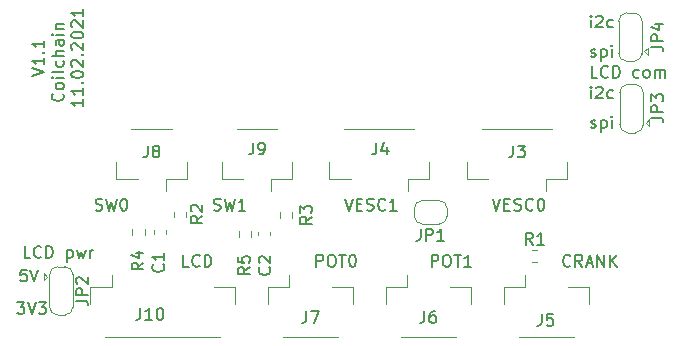
<source format=gbr>
%TF.GenerationSoftware,KiCad,Pcbnew,(5.1.8)-1*%
%TF.CreationDate,2021-02-11T10:10:36+01:00*%
%TF.ProjectId,shieldV1,73686965-6c64-4563-912e-6b696361645f,rev?*%
%TF.SameCoordinates,Original*%
%TF.FileFunction,Legend,Top*%
%TF.FilePolarity,Positive*%
%FSLAX46Y46*%
G04 Gerber Fmt 4.6, Leading zero omitted, Abs format (unit mm)*
G04 Created by KiCad (PCBNEW (5.1.8)-1) date 2021-02-11 10:10:36*
%MOMM*%
%LPD*%
G01*
G04 APERTURE LIST*
%ADD10C,0.150000*%
%ADD11C,0.120000*%
G04 APERTURE END LIST*
D10*
X40011904Y-127702380D02*
X40630952Y-127702380D01*
X40297619Y-128083333D01*
X40440476Y-128083333D01*
X40535714Y-128130952D01*
X40583333Y-128178571D01*
X40630952Y-128273809D01*
X40630952Y-128511904D01*
X40583333Y-128607142D01*
X40535714Y-128654761D01*
X40440476Y-128702380D01*
X40154761Y-128702380D01*
X40059523Y-128654761D01*
X40011904Y-128607142D01*
X40916666Y-127702380D02*
X41250000Y-128702380D01*
X41583333Y-127702380D01*
X41821428Y-127702380D02*
X42440476Y-127702380D01*
X42107142Y-128083333D01*
X42250000Y-128083333D01*
X42345238Y-128130952D01*
X42392857Y-128178571D01*
X42440476Y-128273809D01*
X42440476Y-128511904D01*
X42392857Y-128607142D01*
X42345238Y-128654761D01*
X42250000Y-128702380D01*
X41964285Y-128702380D01*
X41869047Y-128654761D01*
X41821428Y-128607142D01*
X40809523Y-124952380D02*
X40333333Y-124952380D01*
X40285714Y-125428571D01*
X40333333Y-125380952D01*
X40428571Y-125333333D01*
X40666666Y-125333333D01*
X40761904Y-125380952D01*
X40809523Y-125428571D01*
X40857142Y-125523809D01*
X40857142Y-125761904D01*
X40809523Y-125857142D01*
X40761904Y-125904761D01*
X40666666Y-125952380D01*
X40428571Y-125952380D01*
X40333333Y-125904761D01*
X40285714Y-125857142D01*
X41142857Y-124952380D02*
X41476190Y-125952380D01*
X41809523Y-124952380D01*
X41142857Y-123952380D02*
X40666666Y-123952380D01*
X40666666Y-122952380D01*
X42047619Y-123857142D02*
X42000000Y-123904761D01*
X41857142Y-123952380D01*
X41761904Y-123952380D01*
X41619047Y-123904761D01*
X41523809Y-123809523D01*
X41476190Y-123714285D01*
X41428571Y-123523809D01*
X41428571Y-123380952D01*
X41476190Y-123190476D01*
X41523809Y-123095238D01*
X41619047Y-123000000D01*
X41761904Y-122952380D01*
X41857142Y-122952380D01*
X42000000Y-123000000D01*
X42047619Y-123047619D01*
X42476190Y-123952380D02*
X42476190Y-122952380D01*
X42714285Y-122952380D01*
X42857142Y-123000000D01*
X42952380Y-123095238D01*
X43000000Y-123190476D01*
X43047619Y-123380952D01*
X43047619Y-123523809D01*
X43000000Y-123714285D01*
X42952380Y-123809523D01*
X42857142Y-123904761D01*
X42714285Y-123952380D01*
X42476190Y-123952380D01*
X44238095Y-123285714D02*
X44238095Y-124285714D01*
X44238095Y-123333333D02*
X44333333Y-123285714D01*
X44523809Y-123285714D01*
X44619047Y-123333333D01*
X44666666Y-123380952D01*
X44714285Y-123476190D01*
X44714285Y-123761904D01*
X44666666Y-123857142D01*
X44619047Y-123904761D01*
X44523809Y-123952380D01*
X44333333Y-123952380D01*
X44238095Y-123904761D01*
X45047619Y-123285714D02*
X45238095Y-123952380D01*
X45428571Y-123476190D01*
X45619047Y-123952380D01*
X45809523Y-123285714D01*
X46190476Y-123952380D02*
X46190476Y-123285714D01*
X46190476Y-123476190D02*
X46238095Y-123380952D01*
X46285714Y-123333333D01*
X46380952Y-123285714D01*
X46476190Y-123285714D01*
X89130952Y-108702380D02*
X88654761Y-108702380D01*
X88654761Y-107702380D01*
X90035714Y-108607142D02*
X89988095Y-108654761D01*
X89845238Y-108702380D01*
X89750000Y-108702380D01*
X89607142Y-108654761D01*
X89511904Y-108559523D01*
X89464285Y-108464285D01*
X89416666Y-108273809D01*
X89416666Y-108130952D01*
X89464285Y-107940476D01*
X89511904Y-107845238D01*
X89607142Y-107750000D01*
X89750000Y-107702380D01*
X89845238Y-107702380D01*
X89988095Y-107750000D01*
X90035714Y-107797619D01*
X90464285Y-108702380D02*
X90464285Y-107702380D01*
X90702380Y-107702380D01*
X90845238Y-107750000D01*
X90940476Y-107845238D01*
X90988095Y-107940476D01*
X91035714Y-108130952D01*
X91035714Y-108273809D01*
X90988095Y-108464285D01*
X90940476Y-108559523D01*
X90845238Y-108654761D01*
X90702380Y-108702380D01*
X90464285Y-108702380D01*
X92654761Y-108654761D02*
X92559523Y-108702380D01*
X92369047Y-108702380D01*
X92273809Y-108654761D01*
X92226190Y-108607142D01*
X92178571Y-108511904D01*
X92178571Y-108226190D01*
X92226190Y-108130952D01*
X92273809Y-108083333D01*
X92369047Y-108035714D01*
X92559523Y-108035714D01*
X92654761Y-108083333D01*
X93226190Y-108702380D02*
X93130952Y-108654761D01*
X93083333Y-108607142D01*
X93035714Y-108511904D01*
X93035714Y-108226190D01*
X93083333Y-108130952D01*
X93130952Y-108083333D01*
X93226190Y-108035714D01*
X93369047Y-108035714D01*
X93464285Y-108083333D01*
X93511904Y-108130952D01*
X93559523Y-108226190D01*
X93559523Y-108511904D01*
X93511904Y-108607142D01*
X93464285Y-108654761D01*
X93369047Y-108702380D01*
X93226190Y-108702380D01*
X93988095Y-108702380D02*
X93988095Y-108035714D01*
X93988095Y-108130952D02*
X94035714Y-108083333D01*
X94130952Y-108035714D01*
X94273809Y-108035714D01*
X94369047Y-108083333D01*
X94416666Y-108178571D01*
X94416666Y-108702380D01*
X94416666Y-108178571D02*
X94464285Y-108083333D01*
X94559523Y-108035714D01*
X94702380Y-108035714D01*
X94797619Y-108083333D01*
X94845238Y-108178571D01*
X94845238Y-108702380D01*
X88595238Y-112904761D02*
X88690476Y-112952380D01*
X88880952Y-112952380D01*
X88976190Y-112904761D01*
X89023809Y-112809523D01*
X89023809Y-112761904D01*
X88976190Y-112666666D01*
X88880952Y-112619047D01*
X88738095Y-112619047D01*
X88642857Y-112571428D01*
X88595238Y-112476190D01*
X88595238Y-112428571D01*
X88642857Y-112333333D01*
X88738095Y-112285714D01*
X88880952Y-112285714D01*
X88976190Y-112333333D01*
X89452380Y-112285714D02*
X89452380Y-113285714D01*
X89452380Y-112333333D02*
X89547619Y-112285714D01*
X89738095Y-112285714D01*
X89833333Y-112333333D01*
X89880952Y-112380952D01*
X89928571Y-112476190D01*
X89928571Y-112761904D01*
X89880952Y-112857142D01*
X89833333Y-112904761D01*
X89738095Y-112952380D01*
X89547619Y-112952380D01*
X89452380Y-112904761D01*
X90357142Y-112952380D02*
X90357142Y-112285714D01*
X90357142Y-111952380D02*
X90309523Y-112000000D01*
X90357142Y-112047619D01*
X90404761Y-112000000D01*
X90357142Y-111952380D01*
X90357142Y-112047619D01*
X88595238Y-106904761D02*
X88690476Y-106952380D01*
X88880952Y-106952380D01*
X88976190Y-106904761D01*
X89023809Y-106809523D01*
X89023809Y-106761904D01*
X88976190Y-106666666D01*
X88880952Y-106619047D01*
X88738095Y-106619047D01*
X88642857Y-106571428D01*
X88595238Y-106476190D01*
X88595238Y-106428571D01*
X88642857Y-106333333D01*
X88738095Y-106285714D01*
X88880952Y-106285714D01*
X88976190Y-106333333D01*
X89452380Y-106285714D02*
X89452380Y-107285714D01*
X89452380Y-106333333D02*
X89547619Y-106285714D01*
X89738095Y-106285714D01*
X89833333Y-106333333D01*
X89880952Y-106380952D01*
X89928571Y-106476190D01*
X89928571Y-106761904D01*
X89880952Y-106857142D01*
X89833333Y-106904761D01*
X89738095Y-106952380D01*
X89547619Y-106952380D01*
X89452380Y-106904761D01*
X90357142Y-106952380D02*
X90357142Y-106285714D01*
X90357142Y-105952380D02*
X90309523Y-106000000D01*
X90357142Y-106047619D01*
X90404761Y-106000000D01*
X90357142Y-105952380D01*
X90357142Y-106047619D01*
X88595238Y-110452380D02*
X88595238Y-109785714D01*
X88595238Y-109452380D02*
X88547619Y-109500000D01*
X88595238Y-109547619D01*
X88642857Y-109500000D01*
X88595238Y-109452380D01*
X88595238Y-109547619D01*
X89023809Y-109547619D02*
X89071428Y-109500000D01*
X89166666Y-109452380D01*
X89404761Y-109452380D01*
X89500000Y-109500000D01*
X89547619Y-109547619D01*
X89595238Y-109642857D01*
X89595238Y-109738095D01*
X89547619Y-109880952D01*
X88976190Y-110452380D01*
X89595238Y-110452380D01*
X90452380Y-110404761D02*
X90357142Y-110452380D01*
X90166666Y-110452380D01*
X90071428Y-110404761D01*
X90023809Y-110357142D01*
X89976190Y-110261904D01*
X89976190Y-109976190D01*
X90023809Y-109880952D01*
X90071428Y-109833333D01*
X90166666Y-109785714D01*
X90357142Y-109785714D01*
X90452380Y-109833333D01*
X88595238Y-104452380D02*
X88595238Y-103785714D01*
X88595238Y-103452380D02*
X88547619Y-103500000D01*
X88595238Y-103547619D01*
X88642857Y-103500000D01*
X88595238Y-103452380D01*
X88595238Y-103547619D01*
X89023809Y-103547619D02*
X89071428Y-103500000D01*
X89166666Y-103452380D01*
X89404761Y-103452380D01*
X89500000Y-103500000D01*
X89547619Y-103547619D01*
X89595238Y-103642857D01*
X89595238Y-103738095D01*
X89547619Y-103880952D01*
X88976190Y-104452380D01*
X89595238Y-104452380D01*
X90452380Y-104404761D02*
X90357142Y-104452380D01*
X90166666Y-104452380D01*
X90071428Y-104404761D01*
X90023809Y-104357142D01*
X89976190Y-104261904D01*
X89976190Y-103976190D01*
X90023809Y-103880952D01*
X90071428Y-103833333D01*
X90166666Y-103785714D01*
X90357142Y-103785714D01*
X90452380Y-103833333D01*
X41302380Y-108523809D02*
X42302380Y-108190476D01*
X41302380Y-107857142D01*
X42302380Y-107000000D02*
X42302380Y-107571428D01*
X42302380Y-107285714D02*
X41302380Y-107285714D01*
X41445238Y-107380952D01*
X41540476Y-107476190D01*
X41588095Y-107571428D01*
X42207142Y-106571428D02*
X42254761Y-106523809D01*
X42302380Y-106571428D01*
X42254761Y-106619047D01*
X42207142Y-106571428D01*
X42302380Y-106571428D01*
X42302380Y-105571428D02*
X42302380Y-106142857D01*
X42302380Y-105857142D02*
X41302380Y-105857142D01*
X41445238Y-105952380D01*
X41540476Y-106047619D01*
X41588095Y-106142857D01*
X43857142Y-110047619D02*
X43904761Y-110095238D01*
X43952380Y-110238095D01*
X43952380Y-110333333D01*
X43904761Y-110476190D01*
X43809523Y-110571428D01*
X43714285Y-110619047D01*
X43523809Y-110666666D01*
X43380952Y-110666666D01*
X43190476Y-110619047D01*
X43095238Y-110571428D01*
X43000000Y-110476190D01*
X42952380Y-110333333D01*
X42952380Y-110238095D01*
X43000000Y-110095238D01*
X43047619Y-110047619D01*
X43952380Y-109476190D02*
X43904761Y-109571428D01*
X43857142Y-109619047D01*
X43761904Y-109666666D01*
X43476190Y-109666666D01*
X43380952Y-109619047D01*
X43333333Y-109571428D01*
X43285714Y-109476190D01*
X43285714Y-109333333D01*
X43333333Y-109238095D01*
X43380952Y-109190476D01*
X43476190Y-109142857D01*
X43761904Y-109142857D01*
X43857142Y-109190476D01*
X43904761Y-109238095D01*
X43952380Y-109333333D01*
X43952380Y-109476190D01*
X43952380Y-108714285D02*
X43285714Y-108714285D01*
X42952380Y-108714285D02*
X43000000Y-108761904D01*
X43047619Y-108714285D01*
X43000000Y-108666666D01*
X42952380Y-108714285D01*
X43047619Y-108714285D01*
X43952380Y-108095238D02*
X43904761Y-108190476D01*
X43809523Y-108238095D01*
X42952380Y-108238095D01*
X43904761Y-107285714D02*
X43952380Y-107380952D01*
X43952380Y-107571428D01*
X43904761Y-107666666D01*
X43857142Y-107714285D01*
X43761904Y-107761904D01*
X43476190Y-107761904D01*
X43380952Y-107714285D01*
X43333333Y-107666666D01*
X43285714Y-107571428D01*
X43285714Y-107380952D01*
X43333333Y-107285714D01*
X43952380Y-106857142D02*
X42952380Y-106857142D01*
X43952380Y-106428571D02*
X43428571Y-106428571D01*
X43333333Y-106476190D01*
X43285714Y-106571428D01*
X43285714Y-106714285D01*
X43333333Y-106809523D01*
X43380952Y-106857142D01*
X43952380Y-105523809D02*
X43428571Y-105523809D01*
X43333333Y-105571428D01*
X43285714Y-105666666D01*
X43285714Y-105857142D01*
X43333333Y-105952380D01*
X43904761Y-105523809D02*
X43952380Y-105619047D01*
X43952380Y-105857142D01*
X43904761Y-105952380D01*
X43809523Y-106000000D01*
X43714285Y-106000000D01*
X43619047Y-105952380D01*
X43571428Y-105857142D01*
X43571428Y-105619047D01*
X43523809Y-105523809D01*
X43952380Y-105047619D02*
X43285714Y-105047619D01*
X42952380Y-105047619D02*
X43000000Y-105095238D01*
X43047619Y-105047619D01*
X43000000Y-105000000D01*
X42952380Y-105047619D01*
X43047619Y-105047619D01*
X43285714Y-104571428D02*
X43952380Y-104571428D01*
X43380952Y-104571428D02*
X43333333Y-104523809D01*
X43285714Y-104428571D01*
X43285714Y-104285714D01*
X43333333Y-104190476D01*
X43428571Y-104142857D01*
X43952380Y-104142857D01*
X45602380Y-110523809D02*
X45602380Y-111095238D01*
X45602380Y-110809523D02*
X44602380Y-110809523D01*
X44745238Y-110904761D01*
X44840476Y-111000000D01*
X44888095Y-111095238D01*
X45602380Y-109571428D02*
X45602380Y-110142857D01*
X45602380Y-109857142D02*
X44602380Y-109857142D01*
X44745238Y-109952380D01*
X44840476Y-110047619D01*
X44888095Y-110142857D01*
X45507142Y-109142857D02*
X45554761Y-109095238D01*
X45602380Y-109142857D01*
X45554761Y-109190476D01*
X45507142Y-109142857D01*
X45602380Y-109142857D01*
X44602380Y-108476190D02*
X44602380Y-108380952D01*
X44650000Y-108285714D01*
X44697619Y-108238095D01*
X44792857Y-108190476D01*
X44983333Y-108142857D01*
X45221428Y-108142857D01*
X45411904Y-108190476D01*
X45507142Y-108238095D01*
X45554761Y-108285714D01*
X45602380Y-108380952D01*
X45602380Y-108476190D01*
X45554761Y-108571428D01*
X45507142Y-108619047D01*
X45411904Y-108666666D01*
X45221428Y-108714285D01*
X44983333Y-108714285D01*
X44792857Y-108666666D01*
X44697619Y-108619047D01*
X44650000Y-108571428D01*
X44602380Y-108476190D01*
X44697619Y-107761904D02*
X44650000Y-107714285D01*
X44602380Y-107619047D01*
X44602380Y-107380952D01*
X44650000Y-107285714D01*
X44697619Y-107238095D01*
X44792857Y-107190476D01*
X44888095Y-107190476D01*
X45030952Y-107238095D01*
X45602380Y-107809523D01*
X45602380Y-107190476D01*
X45507142Y-106761904D02*
X45554761Y-106714285D01*
X45602380Y-106761904D01*
X45554761Y-106809523D01*
X45507142Y-106761904D01*
X45602380Y-106761904D01*
X44697619Y-106333333D02*
X44650000Y-106285714D01*
X44602380Y-106190476D01*
X44602380Y-105952380D01*
X44650000Y-105857142D01*
X44697619Y-105809523D01*
X44792857Y-105761904D01*
X44888095Y-105761904D01*
X45030952Y-105809523D01*
X45602380Y-106380952D01*
X45602380Y-105761904D01*
X44602380Y-105142857D02*
X44602380Y-105047619D01*
X44650000Y-104952380D01*
X44697619Y-104904761D01*
X44792857Y-104857142D01*
X44983333Y-104809523D01*
X45221428Y-104809523D01*
X45411904Y-104857142D01*
X45507142Y-104904761D01*
X45554761Y-104952380D01*
X45602380Y-105047619D01*
X45602380Y-105142857D01*
X45554761Y-105238095D01*
X45507142Y-105285714D01*
X45411904Y-105333333D01*
X45221428Y-105380952D01*
X44983333Y-105380952D01*
X44792857Y-105333333D01*
X44697619Y-105285714D01*
X44650000Y-105238095D01*
X44602380Y-105142857D01*
X44697619Y-104428571D02*
X44650000Y-104380952D01*
X44602380Y-104285714D01*
X44602380Y-104047619D01*
X44650000Y-103952380D01*
X44697619Y-103904761D01*
X44792857Y-103857142D01*
X44888095Y-103857142D01*
X45030952Y-103904761D01*
X45602380Y-104476190D01*
X45602380Y-103857142D01*
X45602380Y-102904761D02*
X45602380Y-103476190D01*
X45602380Y-103190476D02*
X44602380Y-103190476D01*
X44745238Y-103285714D01*
X44840476Y-103380952D01*
X44888095Y-103476190D01*
X54559523Y-124702380D02*
X54083333Y-124702380D01*
X54083333Y-123702380D01*
X55464285Y-124607142D02*
X55416666Y-124654761D01*
X55273809Y-124702380D01*
X55178571Y-124702380D01*
X55035714Y-124654761D01*
X54940476Y-124559523D01*
X54892857Y-124464285D01*
X54845238Y-124273809D01*
X54845238Y-124130952D01*
X54892857Y-123940476D01*
X54940476Y-123845238D01*
X55035714Y-123750000D01*
X55178571Y-123702380D01*
X55273809Y-123702380D01*
X55416666Y-123750000D01*
X55464285Y-123797619D01*
X55892857Y-124702380D02*
X55892857Y-123702380D01*
X56130952Y-123702380D01*
X56273809Y-123750000D01*
X56369047Y-123845238D01*
X56416666Y-123940476D01*
X56464285Y-124130952D01*
X56464285Y-124273809D01*
X56416666Y-124464285D01*
X56369047Y-124559523D01*
X56273809Y-124654761D01*
X56130952Y-124702380D01*
X55892857Y-124702380D01*
X46666666Y-119904761D02*
X46809523Y-119952380D01*
X47047619Y-119952380D01*
X47142857Y-119904761D01*
X47190476Y-119857142D01*
X47238095Y-119761904D01*
X47238095Y-119666666D01*
X47190476Y-119571428D01*
X47142857Y-119523809D01*
X47047619Y-119476190D01*
X46857142Y-119428571D01*
X46761904Y-119380952D01*
X46714285Y-119333333D01*
X46666666Y-119238095D01*
X46666666Y-119142857D01*
X46714285Y-119047619D01*
X46761904Y-119000000D01*
X46857142Y-118952380D01*
X47095238Y-118952380D01*
X47238095Y-119000000D01*
X47571428Y-118952380D02*
X47809523Y-119952380D01*
X48000000Y-119238095D01*
X48190476Y-119952380D01*
X48428571Y-118952380D01*
X49000000Y-118952380D02*
X49095238Y-118952380D01*
X49190476Y-119000000D01*
X49238095Y-119047619D01*
X49285714Y-119142857D01*
X49333333Y-119333333D01*
X49333333Y-119571428D01*
X49285714Y-119761904D01*
X49238095Y-119857142D01*
X49190476Y-119904761D01*
X49095238Y-119952380D01*
X49000000Y-119952380D01*
X48904761Y-119904761D01*
X48857142Y-119857142D01*
X48809523Y-119761904D01*
X48761904Y-119571428D01*
X48761904Y-119333333D01*
X48809523Y-119142857D01*
X48857142Y-119047619D01*
X48904761Y-119000000D01*
X49000000Y-118952380D01*
X56666666Y-119904761D02*
X56809523Y-119952380D01*
X57047619Y-119952380D01*
X57142857Y-119904761D01*
X57190476Y-119857142D01*
X57238095Y-119761904D01*
X57238095Y-119666666D01*
X57190476Y-119571428D01*
X57142857Y-119523809D01*
X57047619Y-119476190D01*
X56857142Y-119428571D01*
X56761904Y-119380952D01*
X56714285Y-119333333D01*
X56666666Y-119238095D01*
X56666666Y-119142857D01*
X56714285Y-119047619D01*
X56761904Y-119000000D01*
X56857142Y-118952380D01*
X57095238Y-118952380D01*
X57238095Y-119000000D01*
X57571428Y-118952380D02*
X57809523Y-119952380D01*
X58000000Y-119238095D01*
X58190476Y-119952380D01*
X58428571Y-118952380D01*
X59333333Y-119952380D02*
X58761904Y-119952380D01*
X59047619Y-119952380D02*
X59047619Y-118952380D01*
X58952380Y-119095238D01*
X58857142Y-119190476D01*
X58761904Y-119238095D01*
X65357142Y-124702380D02*
X65357142Y-123702380D01*
X65738095Y-123702380D01*
X65833333Y-123750000D01*
X65880952Y-123797619D01*
X65928571Y-123892857D01*
X65928571Y-124035714D01*
X65880952Y-124130952D01*
X65833333Y-124178571D01*
X65738095Y-124226190D01*
X65357142Y-124226190D01*
X66547619Y-123702380D02*
X66738095Y-123702380D01*
X66833333Y-123750000D01*
X66928571Y-123845238D01*
X66976190Y-124035714D01*
X66976190Y-124369047D01*
X66928571Y-124559523D01*
X66833333Y-124654761D01*
X66738095Y-124702380D01*
X66547619Y-124702380D01*
X66452380Y-124654761D01*
X66357142Y-124559523D01*
X66309523Y-124369047D01*
X66309523Y-124035714D01*
X66357142Y-123845238D01*
X66452380Y-123750000D01*
X66547619Y-123702380D01*
X67261904Y-123702380D02*
X67833333Y-123702380D01*
X67547619Y-124702380D02*
X67547619Y-123702380D01*
X68357142Y-123702380D02*
X68452380Y-123702380D01*
X68547619Y-123750000D01*
X68595238Y-123797619D01*
X68642857Y-123892857D01*
X68690476Y-124083333D01*
X68690476Y-124321428D01*
X68642857Y-124511904D01*
X68595238Y-124607142D01*
X68547619Y-124654761D01*
X68452380Y-124702380D01*
X68357142Y-124702380D01*
X68261904Y-124654761D01*
X68214285Y-124607142D01*
X68166666Y-124511904D01*
X68119047Y-124321428D01*
X68119047Y-124083333D01*
X68166666Y-123892857D01*
X68214285Y-123797619D01*
X68261904Y-123750000D01*
X68357142Y-123702380D01*
X75107142Y-124702380D02*
X75107142Y-123702380D01*
X75488095Y-123702380D01*
X75583333Y-123750000D01*
X75630952Y-123797619D01*
X75678571Y-123892857D01*
X75678571Y-124035714D01*
X75630952Y-124130952D01*
X75583333Y-124178571D01*
X75488095Y-124226190D01*
X75107142Y-124226190D01*
X76297619Y-123702380D02*
X76488095Y-123702380D01*
X76583333Y-123750000D01*
X76678571Y-123845238D01*
X76726190Y-124035714D01*
X76726190Y-124369047D01*
X76678571Y-124559523D01*
X76583333Y-124654761D01*
X76488095Y-124702380D01*
X76297619Y-124702380D01*
X76202380Y-124654761D01*
X76107142Y-124559523D01*
X76059523Y-124369047D01*
X76059523Y-124035714D01*
X76107142Y-123845238D01*
X76202380Y-123750000D01*
X76297619Y-123702380D01*
X77011904Y-123702380D02*
X77583333Y-123702380D01*
X77297619Y-124702380D02*
X77297619Y-123702380D01*
X78440476Y-124702380D02*
X77869047Y-124702380D01*
X78154761Y-124702380D02*
X78154761Y-123702380D01*
X78059523Y-123845238D01*
X77964285Y-123940476D01*
X77869047Y-123988095D01*
X86857142Y-124607142D02*
X86809523Y-124654761D01*
X86666666Y-124702380D01*
X86571428Y-124702380D01*
X86428571Y-124654761D01*
X86333333Y-124559523D01*
X86285714Y-124464285D01*
X86238095Y-124273809D01*
X86238095Y-124130952D01*
X86285714Y-123940476D01*
X86333333Y-123845238D01*
X86428571Y-123750000D01*
X86571428Y-123702380D01*
X86666666Y-123702380D01*
X86809523Y-123750000D01*
X86857142Y-123797619D01*
X87857142Y-124702380D02*
X87523809Y-124226190D01*
X87285714Y-124702380D02*
X87285714Y-123702380D01*
X87666666Y-123702380D01*
X87761904Y-123750000D01*
X87809523Y-123797619D01*
X87857142Y-123892857D01*
X87857142Y-124035714D01*
X87809523Y-124130952D01*
X87761904Y-124178571D01*
X87666666Y-124226190D01*
X87285714Y-124226190D01*
X88238095Y-124416666D02*
X88714285Y-124416666D01*
X88142857Y-124702380D02*
X88476190Y-123702380D01*
X88809523Y-124702380D01*
X89142857Y-124702380D02*
X89142857Y-123702380D01*
X89714285Y-124702380D01*
X89714285Y-123702380D01*
X90190476Y-124702380D02*
X90190476Y-123702380D01*
X90761904Y-124702380D02*
X90333333Y-124130952D01*
X90761904Y-123702380D02*
X90190476Y-124273809D01*
X67761904Y-118952380D02*
X68095238Y-119952380D01*
X68428571Y-118952380D01*
X68761904Y-119428571D02*
X69095238Y-119428571D01*
X69238095Y-119952380D02*
X68761904Y-119952380D01*
X68761904Y-118952380D01*
X69238095Y-118952380D01*
X69619047Y-119904761D02*
X69761904Y-119952380D01*
X70000000Y-119952380D01*
X70095238Y-119904761D01*
X70142857Y-119857142D01*
X70190476Y-119761904D01*
X70190476Y-119666666D01*
X70142857Y-119571428D01*
X70095238Y-119523809D01*
X70000000Y-119476190D01*
X69809523Y-119428571D01*
X69714285Y-119380952D01*
X69666666Y-119333333D01*
X69619047Y-119238095D01*
X69619047Y-119142857D01*
X69666666Y-119047619D01*
X69714285Y-119000000D01*
X69809523Y-118952380D01*
X70047619Y-118952380D01*
X70190476Y-119000000D01*
X71190476Y-119857142D02*
X71142857Y-119904761D01*
X71000000Y-119952380D01*
X70904761Y-119952380D01*
X70761904Y-119904761D01*
X70666666Y-119809523D01*
X70619047Y-119714285D01*
X70571428Y-119523809D01*
X70571428Y-119380952D01*
X70619047Y-119190476D01*
X70666666Y-119095238D01*
X70761904Y-119000000D01*
X70904761Y-118952380D01*
X71000000Y-118952380D01*
X71142857Y-119000000D01*
X71190476Y-119047619D01*
X72142857Y-119952380D02*
X71571428Y-119952380D01*
X71857142Y-119952380D02*
X71857142Y-118952380D01*
X71761904Y-119095238D01*
X71666666Y-119190476D01*
X71571428Y-119238095D01*
X80261904Y-118952380D02*
X80595238Y-119952380D01*
X80928571Y-118952380D01*
X81261904Y-119428571D02*
X81595238Y-119428571D01*
X81738095Y-119952380D02*
X81261904Y-119952380D01*
X81261904Y-118952380D01*
X81738095Y-118952380D01*
X82119047Y-119904761D02*
X82261904Y-119952380D01*
X82500000Y-119952380D01*
X82595238Y-119904761D01*
X82642857Y-119857142D01*
X82690476Y-119761904D01*
X82690476Y-119666666D01*
X82642857Y-119571428D01*
X82595238Y-119523809D01*
X82500000Y-119476190D01*
X82309523Y-119428571D01*
X82214285Y-119380952D01*
X82166666Y-119333333D01*
X82119047Y-119238095D01*
X82119047Y-119142857D01*
X82166666Y-119047619D01*
X82214285Y-119000000D01*
X82309523Y-118952380D01*
X82547619Y-118952380D01*
X82690476Y-119000000D01*
X83690476Y-119857142D02*
X83642857Y-119904761D01*
X83500000Y-119952380D01*
X83404761Y-119952380D01*
X83261904Y-119904761D01*
X83166666Y-119809523D01*
X83119047Y-119714285D01*
X83071428Y-119523809D01*
X83071428Y-119380952D01*
X83119047Y-119190476D01*
X83166666Y-119095238D01*
X83261904Y-119000000D01*
X83404761Y-118952380D01*
X83500000Y-118952380D01*
X83642857Y-119000000D01*
X83690476Y-119047619D01*
X84309523Y-118952380D02*
X84404761Y-118952380D01*
X84500000Y-119000000D01*
X84547619Y-119047619D01*
X84595238Y-119142857D01*
X84642857Y-119333333D01*
X84642857Y-119571428D01*
X84595238Y-119761904D01*
X84547619Y-119857142D01*
X84500000Y-119904761D01*
X84404761Y-119952380D01*
X84309523Y-119952380D01*
X84214285Y-119904761D01*
X84166666Y-119857142D01*
X84119047Y-119761904D01*
X84071428Y-119571428D01*
X84071428Y-119333333D01*
X84119047Y-119142857D01*
X84166666Y-119047619D01*
X84214285Y-119000000D01*
X84309523Y-118952380D01*
D11*
%TO.C,C2*%
X60419103Y-121771525D02*
X60419103Y-122052685D01*
X61439103Y-121771525D02*
X61439103Y-122052685D01*
%TO.C,C1*%
X51569103Y-121621525D02*
X51569103Y-121902685D01*
X52589103Y-121621525D02*
X52589103Y-121902685D01*
%TO.C,R5*%
X58756603Y-121674847D02*
X58756603Y-122149363D01*
X59801603Y-121674847D02*
X59801603Y-122149363D01*
%TO.C,R4*%
X49756603Y-121524847D02*
X49756603Y-121999363D01*
X50801603Y-121524847D02*
X50801603Y-121999363D01*
%TO.C,R3*%
X63301603Y-120549363D02*
X63301603Y-120074847D01*
X62256603Y-120549363D02*
X62256603Y-120074847D01*
%TO.C,R2*%
X54301603Y-120537258D02*
X54301603Y-120062742D01*
X53256603Y-120537258D02*
X53256603Y-120062742D01*
%TO.C,JP4*%
X90929103Y-106662105D02*
X90929103Y-103862105D01*
X91629103Y-103212105D02*
X92229103Y-103212105D01*
X92929103Y-103862105D02*
X92929103Y-106662105D01*
X92229103Y-107312105D02*
X91629103Y-107312105D01*
X93129103Y-106462105D02*
X93429103Y-106762105D01*
X93429103Y-106762105D02*
X93429103Y-106162105D01*
X93129103Y-106462105D02*
X93429103Y-106162105D01*
X91629103Y-107312105D02*
G75*
G02*
X90929103Y-106612105I0J700000D01*
G01*
X92929103Y-106612105D02*
G75*
G02*
X92229103Y-107312105I-700000J0D01*
G01*
X92229103Y-103212105D02*
G75*
G02*
X92929103Y-103912105I0J-700000D01*
G01*
X90929103Y-103912105D02*
G75*
G02*
X91629103Y-103212105I700000J0D01*
G01*
%TO.C,JP3*%
X91029103Y-112712105D02*
X91029103Y-109912105D01*
X91729103Y-109262105D02*
X92329103Y-109262105D01*
X93029103Y-109912105D02*
X93029103Y-112712105D01*
X92329103Y-113362105D02*
X91729103Y-113362105D01*
X93229103Y-112512105D02*
X93529103Y-112812105D01*
X93529103Y-112812105D02*
X93529103Y-112212105D01*
X93229103Y-112512105D02*
X93529103Y-112212105D01*
X91729103Y-113362105D02*
G75*
G02*
X91029103Y-112662105I0J700000D01*
G01*
X93029103Y-112662105D02*
G75*
G02*
X92329103Y-113362105I-700000J0D01*
G01*
X92329103Y-109262105D02*
G75*
G02*
X93029103Y-109962105I0J-700000D01*
G01*
X91029103Y-109962105D02*
G75*
G02*
X91729103Y-109262105I700000J0D01*
G01*
%TO.C,JP2*%
X44750000Y-125350000D02*
X44750000Y-128150000D01*
X44050000Y-128800000D02*
X43450000Y-128800000D01*
X42750000Y-128150000D02*
X42750000Y-125350000D01*
X43450000Y-124700000D02*
X44050000Y-124700000D01*
X42550000Y-125550000D02*
X42250000Y-125250000D01*
X42250000Y-125250000D02*
X42250000Y-125850000D01*
X42550000Y-125550000D02*
X42250000Y-125850000D01*
X44050000Y-124700000D02*
G75*
G02*
X44750000Y-125400000I0J-700000D01*
G01*
X42750000Y-125400000D02*
G75*
G02*
X43450000Y-124700000I700000J0D01*
G01*
X43450000Y-128800000D02*
G75*
G02*
X42750000Y-128100000I0J700000D01*
G01*
X44750000Y-128100000D02*
G75*
G02*
X44050000Y-128800000I-700000J0D01*
G01*
%TO.C,J10*%
X46219103Y-127842105D02*
X46219103Y-126392105D01*
X46219103Y-126392105D02*
X48019103Y-126392105D01*
X48019103Y-126392105D02*
X48019103Y-125402105D01*
X58439103Y-127842105D02*
X58439103Y-126392105D01*
X58439103Y-126392105D02*
X56639103Y-126392105D01*
X47489103Y-130662105D02*
X57169103Y-130662105D01*
%TO.C,J9*%
X63314103Y-115872105D02*
X63314103Y-117322105D01*
X63314103Y-117322105D02*
X61514103Y-117322105D01*
X61514103Y-117322105D02*
X61514103Y-118312105D01*
X57344103Y-115872105D02*
X57344103Y-117322105D01*
X57344103Y-117322105D02*
X59144103Y-117322105D01*
X62044103Y-113052105D02*
X58614103Y-113052105D01*
%TO.C,J8*%
X54374103Y-115872105D02*
X54374103Y-117322105D01*
X54374103Y-117322105D02*
X52574103Y-117322105D01*
X52574103Y-117322105D02*
X52574103Y-118312105D01*
X48404103Y-115872105D02*
X48404103Y-117322105D01*
X48404103Y-117322105D02*
X50204103Y-117322105D01*
X53104103Y-113052105D02*
X49674103Y-113052105D01*
%TO.C,J7*%
X61219103Y-127842105D02*
X61219103Y-126392105D01*
X61219103Y-126392105D02*
X63019103Y-126392105D01*
X63019103Y-126392105D02*
X63019103Y-125402105D01*
X68439103Y-127842105D02*
X68439103Y-126392105D01*
X68439103Y-126392105D02*
X66639103Y-126392105D01*
X62489103Y-130662105D02*
X67169103Y-130662105D01*
%TO.C,J6*%
X71219103Y-127842105D02*
X71219103Y-126392105D01*
X71219103Y-126392105D02*
X73019103Y-126392105D01*
X73019103Y-126392105D02*
X73019103Y-125402105D01*
X78439103Y-127842105D02*
X78439103Y-126392105D01*
X78439103Y-126392105D02*
X76639103Y-126392105D01*
X72489103Y-130662105D02*
X77169103Y-130662105D01*
%TO.C,R1*%
X83591845Y-123289605D02*
X84066361Y-123289605D01*
X83591845Y-124334605D02*
X84066361Y-124334605D01*
%TO.C,J5*%
X81219103Y-127842105D02*
X81219103Y-126392105D01*
X81219103Y-126392105D02*
X83019103Y-126392105D01*
X83019103Y-126392105D02*
X83019103Y-125402105D01*
X88439103Y-127842105D02*
X88439103Y-126392105D01*
X88439103Y-126392105D02*
X86639103Y-126392105D01*
X82489103Y-130662105D02*
X87169103Y-130662105D01*
%TO.C,J4*%
X74924103Y-115872105D02*
X74924103Y-117322105D01*
X74924103Y-117322105D02*
X73124103Y-117322105D01*
X73124103Y-117322105D02*
X73124103Y-118312105D01*
X66454103Y-115872105D02*
X66454103Y-117322105D01*
X66454103Y-117322105D02*
X68254103Y-117322105D01*
X73654103Y-113052105D02*
X67724103Y-113052105D01*
%TO.C,J3*%
X86564103Y-115872105D02*
X86564103Y-117322105D01*
X86564103Y-117322105D02*
X84764103Y-117322105D01*
X84764103Y-117322105D02*
X84764103Y-118312105D01*
X78094103Y-115872105D02*
X78094103Y-117322105D01*
X78094103Y-117322105D02*
X79894103Y-117322105D01*
X85294103Y-113052105D02*
X79364103Y-113052105D01*
%TO.C,JP1*%
X73629103Y-120400000D02*
X73629103Y-119800000D01*
X75729103Y-121100000D02*
X74329103Y-121100000D01*
X76429103Y-119800000D02*
X76429103Y-120400000D01*
X74329103Y-119100000D02*
X75729103Y-119100000D01*
X73629103Y-119800000D02*
G75*
G02*
X74329103Y-119100000I700000J0D01*
G01*
X74329103Y-121100000D02*
G75*
G02*
X73629103Y-120400000I0J700000D01*
G01*
X76429103Y-120400000D02*
G75*
G02*
X75729103Y-121100000I-700000J0D01*
G01*
X75729103Y-119100000D02*
G75*
G02*
X76429103Y-119800000I0J-700000D01*
G01*
%TO.C,C2*%
D10*
X61357142Y-124766666D02*
X61404761Y-124814285D01*
X61452380Y-124957142D01*
X61452380Y-125052380D01*
X61404761Y-125195238D01*
X61309523Y-125290476D01*
X61214285Y-125338095D01*
X61023809Y-125385714D01*
X60880952Y-125385714D01*
X60690476Y-125338095D01*
X60595238Y-125290476D01*
X60500000Y-125195238D01*
X60452380Y-125052380D01*
X60452380Y-124957142D01*
X60500000Y-124814285D01*
X60547619Y-124766666D01*
X60547619Y-124385714D02*
X60500000Y-124338095D01*
X60452380Y-124242857D01*
X60452380Y-124004761D01*
X60500000Y-123909523D01*
X60547619Y-123861904D01*
X60642857Y-123814285D01*
X60738095Y-123814285D01*
X60880952Y-123861904D01*
X61452380Y-124433333D01*
X61452380Y-123814285D01*
%TO.C,C1*%
X52357142Y-124516666D02*
X52404761Y-124564285D01*
X52452380Y-124707142D01*
X52452380Y-124802380D01*
X52404761Y-124945238D01*
X52309523Y-125040476D01*
X52214285Y-125088095D01*
X52023809Y-125135714D01*
X51880952Y-125135714D01*
X51690476Y-125088095D01*
X51595238Y-125040476D01*
X51500000Y-124945238D01*
X51452380Y-124802380D01*
X51452380Y-124707142D01*
X51500000Y-124564285D01*
X51547619Y-124516666D01*
X52452380Y-123564285D02*
X52452380Y-124135714D01*
X52452380Y-123850000D02*
X51452380Y-123850000D01*
X51595238Y-123945238D01*
X51690476Y-124040476D01*
X51738095Y-124135714D01*
%TO.C,R5*%
X59702380Y-124766666D02*
X59226190Y-125100000D01*
X59702380Y-125338095D02*
X58702380Y-125338095D01*
X58702380Y-124957142D01*
X58750000Y-124861904D01*
X58797619Y-124814285D01*
X58892857Y-124766666D01*
X59035714Y-124766666D01*
X59130952Y-124814285D01*
X59178571Y-124861904D01*
X59226190Y-124957142D01*
X59226190Y-125338095D01*
X58702380Y-123861904D02*
X58702380Y-124338095D01*
X59178571Y-124385714D01*
X59130952Y-124338095D01*
X59083333Y-124242857D01*
X59083333Y-124004761D01*
X59130952Y-123909523D01*
X59178571Y-123861904D01*
X59273809Y-123814285D01*
X59511904Y-123814285D01*
X59607142Y-123861904D01*
X59654761Y-123909523D01*
X59702380Y-124004761D01*
X59702380Y-124242857D01*
X59654761Y-124338095D01*
X59607142Y-124385714D01*
%TO.C,R4*%
X50702380Y-124366666D02*
X50226190Y-124700000D01*
X50702380Y-124938095D02*
X49702380Y-124938095D01*
X49702380Y-124557142D01*
X49750000Y-124461904D01*
X49797619Y-124414285D01*
X49892857Y-124366666D01*
X50035714Y-124366666D01*
X50130952Y-124414285D01*
X50178571Y-124461904D01*
X50226190Y-124557142D01*
X50226190Y-124938095D01*
X50035714Y-123509523D02*
X50702380Y-123509523D01*
X49654761Y-123747619D02*
X50369047Y-123985714D01*
X50369047Y-123366666D01*
%TO.C,R3*%
X64952380Y-120478771D02*
X64476190Y-120812105D01*
X64952380Y-121050200D02*
X63952380Y-121050200D01*
X63952380Y-120669247D01*
X64000000Y-120574009D01*
X64047619Y-120526390D01*
X64142857Y-120478771D01*
X64285714Y-120478771D01*
X64380952Y-120526390D01*
X64428571Y-120574009D01*
X64476190Y-120669247D01*
X64476190Y-121050200D01*
X63952380Y-120145438D02*
X63952380Y-119526390D01*
X64333333Y-119859724D01*
X64333333Y-119716866D01*
X64380952Y-119621628D01*
X64428571Y-119574009D01*
X64523809Y-119526390D01*
X64761904Y-119526390D01*
X64857142Y-119574009D01*
X64904761Y-119621628D01*
X64952380Y-119716866D01*
X64952380Y-120002581D01*
X64904761Y-120097819D01*
X64857142Y-120145438D01*
%TO.C,R2*%
X55702380Y-120404561D02*
X55226190Y-120737895D01*
X55702380Y-120975990D02*
X54702380Y-120975990D01*
X54702380Y-120595037D01*
X54750000Y-120499799D01*
X54797619Y-120452180D01*
X54892857Y-120404561D01*
X55035714Y-120404561D01*
X55130952Y-120452180D01*
X55178571Y-120499799D01*
X55226190Y-120595037D01*
X55226190Y-120975990D01*
X54797619Y-120023609D02*
X54750000Y-119975990D01*
X54702380Y-119880752D01*
X54702380Y-119642656D01*
X54750000Y-119547418D01*
X54797619Y-119499799D01*
X54892857Y-119452180D01*
X54988095Y-119452180D01*
X55130952Y-119499799D01*
X55702380Y-120071228D01*
X55702380Y-119452180D01*
%TO.C,JP4*%
X93702380Y-106083333D02*
X94416666Y-106083333D01*
X94559523Y-106130952D01*
X94654761Y-106226190D01*
X94702380Y-106369047D01*
X94702380Y-106464285D01*
X94702380Y-105607142D02*
X93702380Y-105607142D01*
X93702380Y-105226190D01*
X93750000Y-105130952D01*
X93797619Y-105083333D01*
X93892857Y-105035714D01*
X94035714Y-105035714D01*
X94130952Y-105083333D01*
X94178571Y-105130952D01*
X94226190Y-105226190D01*
X94226190Y-105607142D01*
X94035714Y-104178571D02*
X94702380Y-104178571D01*
X93654761Y-104416666D02*
X94369047Y-104654761D01*
X94369047Y-104035714D01*
%TO.C,JP3*%
X93702380Y-112083333D02*
X94416666Y-112083333D01*
X94559523Y-112130952D01*
X94654761Y-112226190D01*
X94702380Y-112369047D01*
X94702380Y-112464285D01*
X94702380Y-111607142D02*
X93702380Y-111607142D01*
X93702380Y-111226190D01*
X93750000Y-111130952D01*
X93797619Y-111083333D01*
X93892857Y-111035714D01*
X94035714Y-111035714D01*
X94130952Y-111083333D01*
X94178571Y-111130952D01*
X94226190Y-111226190D01*
X94226190Y-111607142D01*
X93702380Y-110702380D02*
X93702380Y-110083333D01*
X94083333Y-110416666D01*
X94083333Y-110273809D01*
X94130952Y-110178571D01*
X94178571Y-110130952D01*
X94273809Y-110083333D01*
X94511904Y-110083333D01*
X94607142Y-110130952D01*
X94654761Y-110178571D01*
X94702380Y-110273809D01*
X94702380Y-110559523D01*
X94654761Y-110654761D01*
X94607142Y-110702380D01*
%TO.C,JP2*%
X45002380Y-127583333D02*
X45716666Y-127583333D01*
X45859523Y-127630952D01*
X45954761Y-127726190D01*
X46002380Y-127869047D01*
X46002380Y-127964285D01*
X46002380Y-127107142D02*
X45002380Y-127107142D01*
X45002380Y-126726190D01*
X45050000Y-126630952D01*
X45097619Y-126583333D01*
X45192857Y-126535714D01*
X45335714Y-126535714D01*
X45430952Y-126583333D01*
X45478571Y-126630952D01*
X45526190Y-126726190D01*
X45526190Y-127107142D01*
X45097619Y-126154761D02*
X45050000Y-126107142D01*
X45002380Y-126011904D01*
X45002380Y-125773809D01*
X45050000Y-125678571D01*
X45097619Y-125630952D01*
X45192857Y-125583333D01*
X45288095Y-125583333D01*
X45430952Y-125630952D01*
X46002380Y-126202380D01*
X46002380Y-125583333D01*
%TO.C,J10*%
X50440476Y-128202380D02*
X50440476Y-128916666D01*
X50392857Y-129059523D01*
X50297619Y-129154761D01*
X50154761Y-129202380D01*
X50059523Y-129202380D01*
X51440476Y-129202380D02*
X50869047Y-129202380D01*
X51154761Y-129202380D02*
X51154761Y-128202380D01*
X51059523Y-128345238D01*
X50964285Y-128440476D01*
X50869047Y-128488095D01*
X52059523Y-128202380D02*
X52154761Y-128202380D01*
X52250000Y-128250000D01*
X52297619Y-128297619D01*
X52345238Y-128392857D01*
X52392857Y-128583333D01*
X52392857Y-128821428D01*
X52345238Y-129011904D01*
X52297619Y-129107142D01*
X52250000Y-129154761D01*
X52154761Y-129202380D01*
X52059523Y-129202380D01*
X51964285Y-129154761D01*
X51916666Y-129107142D01*
X51869047Y-129011904D01*
X51821428Y-128821428D01*
X51821428Y-128583333D01*
X51869047Y-128392857D01*
X51916666Y-128297619D01*
X51964285Y-128250000D01*
X52059523Y-128202380D01*
%TO.C,J9*%
X59995769Y-114202380D02*
X59995769Y-114916666D01*
X59948150Y-115059523D01*
X59852912Y-115154761D01*
X59710055Y-115202380D01*
X59614817Y-115202380D01*
X60519579Y-115202380D02*
X60710055Y-115202380D01*
X60805293Y-115154761D01*
X60852912Y-115107142D01*
X60948150Y-114964285D01*
X60995769Y-114773809D01*
X60995769Y-114392857D01*
X60948150Y-114297619D01*
X60900531Y-114250000D01*
X60805293Y-114202380D01*
X60614817Y-114202380D01*
X60519579Y-114250000D01*
X60471960Y-114297619D01*
X60424341Y-114392857D01*
X60424341Y-114630952D01*
X60471960Y-114726190D01*
X60519579Y-114773809D01*
X60614817Y-114821428D01*
X60805293Y-114821428D01*
X60900531Y-114773809D01*
X60948150Y-114726190D01*
X60995769Y-114630952D01*
%TO.C,J8*%
X51055769Y-114452380D02*
X51055769Y-115166666D01*
X51008150Y-115309523D01*
X50912912Y-115404761D01*
X50770055Y-115452380D01*
X50674817Y-115452380D01*
X51674817Y-114880952D02*
X51579579Y-114833333D01*
X51531960Y-114785714D01*
X51484341Y-114690476D01*
X51484341Y-114642857D01*
X51531960Y-114547619D01*
X51579579Y-114500000D01*
X51674817Y-114452380D01*
X51865293Y-114452380D01*
X51960531Y-114500000D01*
X52008150Y-114547619D01*
X52055769Y-114642857D01*
X52055769Y-114690476D01*
X52008150Y-114785714D01*
X51960531Y-114833333D01*
X51865293Y-114880952D01*
X51674817Y-114880952D01*
X51579579Y-114928571D01*
X51531960Y-114976190D01*
X51484341Y-115071428D01*
X51484341Y-115261904D01*
X51531960Y-115357142D01*
X51579579Y-115404761D01*
X51674817Y-115452380D01*
X51865293Y-115452380D01*
X51960531Y-115404761D01*
X52008150Y-115357142D01*
X52055769Y-115261904D01*
X52055769Y-115071428D01*
X52008150Y-114976190D01*
X51960531Y-114928571D01*
X51865293Y-114880952D01*
%TO.C,J7*%
X64495769Y-128452380D02*
X64495769Y-129166666D01*
X64448150Y-129309523D01*
X64352912Y-129404761D01*
X64210055Y-129452380D01*
X64114817Y-129452380D01*
X64876722Y-128452380D02*
X65543388Y-128452380D01*
X65114817Y-129452380D01*
%TO.C,J6*%
X74495769Y-128452380D02*
X74495769Y-129166666D01*
X74448150Y-129309523D01*
X74352912Y-129404761D01*
X74210055Y-129452380D01*
X74114817Y-129452380D01*
X75400531Y-128452380D02*
X75210055Y-128452380D01*
X75114817Y-128500000D01*
X75067198Y-128547619D01*
X74971960Y-128690476D01*
X74924341Y-128880952D01*
X74924341Y-129261904D01*
X74971960Y-129357142D01*
X75019579Y-129404761D01*
X75114817Y-129452380D01*
X75305293Y-129452380D01*
X75400531Y-129404761D01*
X75448150Y-129357142D01*
X75495769Y-129261904D01*
X75495769Y-129023809D01*
X75448150Y-128928571D01*
X75400531Y-128880952D01*
X75305293Y-128833333D01*
X75114817Y-128833333D01*
X75019579Y-128880952D01*
X74971960Y-128928571D01*
X74924341Y-129023809D01*
%TO.C,R1*%
X83662436Y-122834485D02*
X83329103Y-122358295D01*
X83091007Y-122834485D02*
X83091007Y-121834485D01*
X83471960Y-121834485D01*
X83567198Y-121882105D01*
X83614817Y-121929724D01*
X83662436Y-122024962D01*
X83662436Y-122167819D01*
X83614817Y-122263057D01*
X83567198Y-122310676D01*
X83471960Y-122358295D01*
X83091007Y-122358295D01*
X84614817Y-122834485D02*
X84043388Y-122834485D01*
X84329103Y-122834485D02*
X84329103Y-121834485D01*
X84233864Y-121977343D01*
X84138626Y-122072581D01*
X84043388Y-122120200D01*
%TO.C,J5*%
X84416666Y-128702380D02*
X84416666Y-129416666D01*
X84369047Y-129559523D01*
X84273809Y-129654761D01*
X84130952Y-129702380D01*
X84035714Y-129702380D01*
X85369047Y-128702380D02*
X84892857Y-128702380D01*
X84845238Y-129178571D01*
X84892857Y-129130952D01*
X84988095Y-129083333D01*
X85226190Y-129083333D01*
X85321428Y-129130952D01*
X85369047Y-129178571D01*
X85416666Y-129273809D01*
X85416666Y-129511904D01*
X85369047Y-129607142D01*
X85321428Y-129654761D01*
X85226190Y-129702380D01*
X84988095Y-129702380D01*
X84892857Y-129654761D01*
X84845238Y-129607142D01*
%TO.C,J4*%
X70416666Y-114202380D02*
X70416666Y-114916666D01*
X70369047Y-115059523D01*
X70273809Y-115154761D01*
X70130952Y-115202380D01*
X70035714Y-115202380D01*
X71321428Y-114535714D02*
X71321428Y-115202380D01*
X71083333Y-114154761D02*
X70845238Y-114869047D01*
X71464285Y-114869047D01*
%TO.C,J3*%
X81995769Y-114452380D02*
X81995769Y-115166666D01*
X81948150Y-115309523D01*
X81852912Y-115404761D01*
X81710055Y-115452380D01*
X81614817Y-115452380D01*
X82376722Y-114452380D02*
X82995769Y-114452380D01*
X82662436Y-114833333D01*
X82805293Y-114833333D01*
X82900531Y-114880952D01*
X82948150Y-114928571D01*
X82995769Y-115023809D01*
X82995769Y-115261904D01*
X82948150Y-115357142D01*
X82900531Y-115404761D01*
X82805293Y-115452380D01*
X82519579Y-115452380D01*
X82424341Y-115404761D01*
X82376722Y-115357142D01*
%TO.C,JP1*%
X74166666Y-121490275D02*
X74166666Y-122204561D01*
X74119047Y-122347418D01*
X74023809Y-122442656D01*
X73880952Y-122490275D01*
X73785714Y-122490275D01*
X74642857Y-122490275D02*
X74642857Y-121490275D01*
X75023809Y-121490275D01*
X75119047Y-121537895D01*
X75166666Y-121585514D01*
X75214285Y-121680752D01*
X75214285Y-121823609D01*
X75166666Y-121918847D01*
X75119047Y-121966466D01*
X75023809Y-122014085D01*
X74642857Y-122014085D01*
X76166666Y-122490275D02*
X75595238Y-122490275D01*
X75880952Y-122490275D02*
X75880952Y-121490275D01*
X75785714Y-121633133D01*
X75690476Y-121728371D01*
X75595238Y-121775990D01*
%TD*%
M02*

</source>
